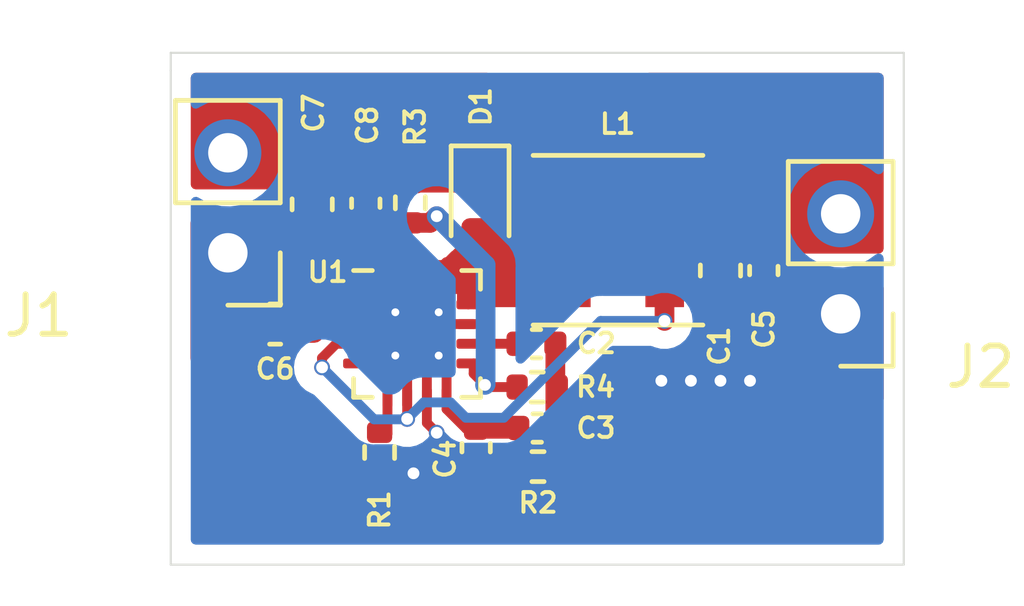
<source format=kicad_pcb>
(kicad_pcb (version 20211014) (generator pcbnew)
  (layers (0 "F.Cu" signal) (31 "B.Cu" signal) (34 "B.Paste" user) (35 "F.Paste" user) (36 "B.SilkS" user "B.Silkscreen") (37 "F.SilkS" user "F.Silkscreen") (38 "B.Mask" user) (39 "F.Mask" user) (44 "Edge.Cuts" user))
  (net 0 "")
  (net 1 "GND")
  (net 2 "BAT")
  (net 3 "Net-(C2-Pad1)")
  (net 4 "Net-(C3-Pad1)")
  (net 5 "Net-(C4-Pad2)")
  (net 6 "Net-(C6-Pad2)")
  (net 7 "V24")
  (net 8 "Net-(D1-Pad2)")
  (net 9 "Net-(R1-Pad1)")
  (net 10 "Net-(R3-Pad2)")
  (footprint "Capacitor_SMD:C_0603_1608Metric" (layer "F.Cu") (at 128 69.7 -90)
    (fp_text reference "C1" (at 1.92 0.03 90) (layer "F.SilkS") (effects (font (size 0.5 0.5) (thickness 0.1))))
    (fp_text value "4.7uF")
    (fp_line (start -0.14058 -0.51) (end 0.14058 -0.51) (layer "F.SilkS") (width 0.12))
    (fp_line (start -0.14058 0.51) (end 0.14058 0.51) (layer "F.SilkS") (width 0.12))
    (pad "1" smd roundrect locked (at -0.775 0 270) (size 0.9 0.95) (layers "F.Cu" "F.Paste" "F.Mask") (net 2 "BAT"))
    (pad "2" smd roundrect locked (at 0.775 0 270) (size 0.9 0.95) (layers "F.Cu" "F.Paste" "F.Mask") (net 1 "GND"))
  )
  (footprint "Capacitor_SMD:C_0402_1005Metric" (layer "F.Cu") (at 123.33 71.56)
    (fp_text reference "C2" (at 1.52 -0.01) (layer "F.SilkS") (effects (font (size 0.5 0.5) (thickness 0.1))))
    (fp_text value "68nF")
    (fp_line (start -0.107836 -0.36) (end 0.107836 -0.36) (layer "F.SilkS") (width 0.12))
    (fp_line (start -0.107836 0.36) (end 0.107836 0.36) (layer "F.SilkS") (width 0.12))
    (pad "1" smd roundrect locked (at -0.48 0) (size 0.56 0.62) (layers "F.Cu" "F.Paste" "F.Mask") (net 3 "Net-(C2-Pad1)"))
    (pad "2" smd roundrect locked (at 0.48 0) (size 0.56 0.62) (layers "F.Cu" "F.Paste" "F.Mask") (net 1 "GND"))
  )
  (footprint "Capacitor_SMD:C_0402_1005Metric" (layer "F.Cu") (at 123.35 73.7)
    (fp_text reference "C3" (at 1.49 0) (layer "F.SilkS") (effects (font (size 0.5 0.5) (thickness 0.1))))
    (fp_text value "300pF")
    (fp_line (start -0.107836 0.36) (end 0.107836 0.36) (layer "F.SilkS") (width 0.12))
    (fp_line (start -0.107836 -0.36) (end 0.107836 -0.36) (layer "F.SilkS") (width 0.12))
    (pad "1" smd roundrect locked (at -0.48 0) (size 0.56 0.62) (layers "F.Cu" "F.Paste" "F.Mask") (net 4 "Net-(C3-Pad1)"))
    (pad "2" smd roundrect locked (at 0.48 0) (size 0.56 0.62) (layers "F.Cu" "F.Paste" "F.Mask") (net 1 "GND"))
  )
  (footprint "Capacitor_SMD:C_0402_1005Metric" (layer "F.Cu") (at 121.8 74.2 -90)
    (fp_text reference "C4" (at 0.29 0.79 90) (layer "F.SilkS") (effects (font (size 0.5 0.5) (thickness 0.1))))
    (fp_text value "27nF")
    (fp_line (start -0.107836 0.36) (end 0.107836 0.36) (layer "F.SilkS") (width 0.12))
    (fp_line (start -0.107836 -0.36) (end 0.107836 -0.36) (layer "F.SilkS") (width 0.12))
    (pad "1" smd roundrect locked (at -0.48 0 270) (size 0.56 0.62) (layers "F.Cu" "F.Paste" "F.Mask") (net 4 "Net-(C3-Pad1)"))
    (pad "2" smd roundrect locked (at 0.48 0 270) (size 0.56 0.62) (layers "F.Cu" "F.Paste" "F.Mask") (net 5 "Net-(C4-Pad2)"))
  )
  (footprint "Capacitor_SMD:C_0402_1005Metric" (layer "F.Cu") (at 129.1 69.7 90)
    (fp_text reference "C5" (at -1.49 0 90) (layer "F.SilkS") (effects (font (size 0.5 0.5) (thickness 0.1))))
    (fp_text value "100nF")
    (fp_line (start -0.107836 0.36) (end 0.107836 0.36) (layer "F.SilkS") (width 0.12))
    (fp_line (start -0.107836 -0.36) (end 0.107836 -0.36) (layer "F.SilkS") (width 0.12))
    (pad "1" smd roundrect locked (at -0.48 0 90) (size 0.56 0.62) (layers "F.Cu" "F.Paste" "F.Mask") (net 1 "GND"))
    (pad "2" smd roundrect locked (at 0.48 0 90) (size 0.56 0.62) (layers "F.Cu" "F.Paste" "F.Mask") (net 2 "BAT"))
  )
  (footprint "Capacitor_SMD:C_0603_1608Metric" (layer "F.Cu") (at 116.7 71.06)
    (fp_text reference "C6" (at 0 1.14) (layer "F.SilkS") (effects (font (size 0.5 0.5) (thickness 0.1))))
    (fp_text value "1uF")
    (fp_line (start -0.14058 -0.51) (end 0.14058 -0.51) (layer "F.SilkS") (width 0.12))
    (fp_line (start -0.14058 0.51) (end 0.14058 0.51) (layer "F.SilkS") (width 0.12))
    (pad "1" smd roundrect locked (at -0.775 0) (size 0.9 0.95) (layers "F.Cu" "F.Paste" "F.Mask") (net 1 "GND"))
    (pad "2" smd roundrect locked (at 0.775 0) (size 0.9 0.95) (layers "F.Cu" "F.Paste" "F.Mask") (net 6 "Net-(C6-Pad2)"))
  )
  (footprint "Capacitor_SMD:C_0603_1608Metric" (layer "F.Cu") (at 117.64 68.02 -90)
    (fp_text reference "C7" (at -2.32 -0.03 90) (layer "F.SilkS") (effects (font (size 0.5 0.5) (thickness 0.1))))
    (fp_text value "4.7uF")
    (fp_line (start -0.14058 0.51) (end 0.14058 0.51) (layer "F.SilkS") (width 0.12))
    (fp_line (start -0.14058 -0.51) (end 0.14058 -0.51) (layer "F.SilkS") (width 0.12))
    (pad "1" smd roundrect locked (at -0.775 0 270) (size 0.9 0.95) (layers "F.Cu" "F.Paste" "F.Mask") (net 7 "V24"))
    (pad "2" smd roundrect locked (at 0.775 0 270) (size 0.9 0.95) (layers "F.Cu" "F.Paste" "F.Mask") (net 1 "GND"))
  )
  (footprint "Capacitor_SMD:C_0402_1005Metric" (layer "F.Cu") (at 119 67.99 -90)
    (fp_text reference "C8" (at -1.98 -0.04 90) (layer "F.SilkS") (effects (font (size 0.5 0.5) (thickness 0.1))))
    (fp_text value "100nF")
    (fp_line (start -0.107836 0.36) (end 0.107836 0.36) (layer "F.SilkS") (width 0.12))
    (fp_line (start -0.107836 -0.36) (end 0.107836 -0.36) (layer "F.SilkS") (width 0.12))
    (pad "1" smd roundrect locked (at -0.48 0 270) (size 0.56 0.62) (layers "F.Cu" "F.Paste" "F.Mask") (net 7 "V24"))
    (pad "2" smd roundrect locked (at 0.48 0 270) (size 0.56 0.62) (layers "F.Cu" "F.Paste" "F.Mask") (net 1 "GND"))
  )
  (footprint "Diode_SMD:D_0603_1608Metric" (layer "F.Cu") (at 121.9 68.02 -90)
    (fp_text reference "D1" (at -2.48 -0.02 90) (layer "F.SilkS") (effects (font (size 0.5 0.5) (thickness 0.1))))
    (fp_text value "0.55V 1A")
    (fp_line (start -1.485 0.735) (end 0.8 0.735) (layer "F.SilkS") (width 0.12))
    (fp_line (start -1.485 -0.735) (end -1.485 0.735) (layer "F.SilkS") (width 0.12))
    (fp_line (start 0.8 -0.735) (end -1.485 -0.735) (layer "F.SilkS") (width 0.12))
    (pad "1" smd roundrect locked (at -0.7875 0 270) (size 0.875 0.95) (layers "F.Cu" "F.Paste" "F.Mask") (net 7 "V24"))
    (pad "2" smd roundrect locked (at 0.7875 0 270) (size 0.875 0.95) (layers "F.Cu" "F.Paste" "F.Mask") (net 8 "Net-(D1-Pad2)"))
  )
  (footprint "Inductor_SMD:L_Coilcraft_XxL4020" (layer "F.Cu") (at 125.4 68.93 180)
    (fp_text reference "L1" (at 0.01 2.95) (layer "F.SilkS") (effects (font (size 0.5 0.5) (thickness 0.1))))
    (fp_text value "8.2uH")
    (fp_line (start 2.154 2.154) (end -2.154 2.154) (layer "F.SilkS") (width 0.12))
    (fp_line (start -2.154 -2.154) (end 2.154 -2.154) (layer "F.SilkS") (width 0.12))
    (pad "1" smd rect locked (at -1.185 0 180) (size 0.98 3.4) (layers "F.Cu" "F.Paste" "F.Mask") (net 2 "BAT"))
    (pad "2" smd rect locked (at 1.185 0 180) (size 0.98 3.4) (layers "F.Cu" "F.Paste" "F.Mask") (net 8 "Net-(D1-Pad2)"))
  )
  (footprint "Resistor_SMD:R_0402_1005Metric" (layer "F.Cu") (at 119.35 74.32 -90)
    (fp_text reference "R1" (at 1.46 0 90) (layer "F.SilkS") (effects (font (size 0.5 0.5) (thickness 0.1))))
    (fp_text value "24.9K")
    (fp_line (start -0.153641 -0.38) (end 0.153641 -0.38) (layer "F.SilkS") (width 0.12))
    (fp_line (start -0.153641 0.38) (end 0.153641 0.38) (layer "F.SilkS") (width 0.12))
    (pad "1" smd roundrect locked (at -0.51 0 270) (size 0.54 0.64) (layers "F.Cu" "F.Paste" "F.Mask") (net 9 "Net-(R1-Pad1)"))
    (pad "2" smd roundrect locked (at 0.51 0 270) (size 0.54 0.64) (layers "F.Cu" "F.Paste" "F.Mask") (net 1 "GND"))
  )
  (footprint "Resistor_SMD:R_0402_1005Metric" (layer "F.Cu") (at 123.37 74.68)
    (fp_text reference "R2" (at 0 0.92) (layer "F.SilkS") (effects (font (size 0.5 0.5) (thickness 0.1))))
    (fp_text value "1.18K")
    (fp_line (start -0.153641 -0.38) (end 0.153641 -0.38) (layer "F.SilkS") (width 0.12))
    (fp_line (start -0.153641 0.38) (end 0.153641 0.38) (layer "F.SilkS") (width 0.12))
    (pad "1" smd roundrect locked (at -0.51 0) (size 0.54 0.64) (layers "F.Cu" "F.Paste" "F.Mask") (net 5 "Net-(C4-Pad2)"))
    (pad "2" smd roundrect locked (at 0.51 0) (size 0.54 0.64) (layers "F.Cu" "F.Paste" "F.Mask") (net 1 "GND"))
  )
  (footprint "Resistor_SMD:R_0402_1005Metric" (layer "F.Cu") (at 120.13 67.98 -90)
    (fp_text reference "R3" (at -1.93 -0.12 90) (layer "F.SilkS") (effects (font (size 0.5 0.5) (thickness 0.1))))
    (fp_text value "57.6K")
    (fp_line (start -0.153641 0.38) (end 0.153641 0.38) (layer "F.SilkS") (width 0.12))
    (fp_line (start -0.153641 -0.38) (end 0.153641 -0.38) (layer "F.SilkS") (width 0.12))
    (pad "1" smd roundrect locked (at -0.51 0 270) (size 0.54 0.64) (layers "F.Cu" "F.Paste" "F.Mask") (net 7 "V24"))
    (pad "2" smd roundrect locked (at 0.51 0 270) (size 0.54 0.64) (layers "F.Cu" "F.Paste" "F.Mask") (net 10 "Net-(R3-Pad2)"))
  )
  (footprint "Resistor_SMD:R_0402_1005Metric" (layer "F.Cu") (at 123.35 72.66)
    (fp_text reference "R4" (at 1.48 0) (layer "F.SilkS") (effects (font (size 0.5 0.5) (thickness 0.1))))
    (fp_text value "2.49K")
    (fp_line (start -0.153641 0.38) (end 0.153641 0.38) (layer "F.SilkS") (width 0.12))
    (fp_line (start -0.153641 -0.38) (end 0.153641 -0.38) (layer "F.SilkS") (width 0.12))
    (pad "1" smd roundrect locked (at -0.51 0) (size 0.54 0.64) (layers "F.Cu" "F.Paste" "F.Mask") (net 10 "Net-(R3-Pad2)"))
    (pad "2" smd roundrect locked (at 0.51 0) (size 0.54 0.64) (layers "F.Cu" "F.Paste" "F.Mask") (net 1 "GND"))
  )
  (footprint "Package_DFN_QFN:WQFN-16-1EP_3x3mm_P0.5mm_EP1.6x1.6mm_ThermalVias" (layer "F.Cu") (at 120.3 71.31)
    (fp_text reference "U1" (at -2.27 -1.57) (layer "F.SilkS") (effects (font (size 0.5 0.5) (thickness 0.1))))
    (fp_text value "LM51571")
    (fp_line (start -1.135 1.61) (end -1.61 1.61) (layer "F.SilkS") (width 0.12))
    (fp_line (start -1.61 1.61) (end -1.61 1.135) (layer "F.SilkS") (width 0.12))
    (fp_line (start 1.61 1.61) (end 1.61 1.135) (layer "F.SilkS") (width 0.12))
    (fp_line (start -1.135 -1.61) (end -1.61 -1.61) (layer "F.SilkS") (width 0.12))
    (fp_line (start 1.135 -1.61) (end 1.61 -1.61) (layer "F.SilkS") (width 0.12))
    (fp_line (start 1.61 -1.61) (end 1.61 -1.135) (layer "F.SilkS") (width 0.12))
    (fp_line (start 1.135 1.61) (end 1.61 1.61) (layer "F.SilkS") (width 0.12))
    (pad "1" smd roundrect locked (at -1.4375 -0.75) (size 0.875 0.25) (layers "F.Cu" "F.Paste" "F.Mask") (net 1 "GND"))
    (pad "2" smd roundrect locked (at -1.4375 -0.25) (size 0.875 0.25) (layers "F.Cu" "F.Paste" "F.Mask") (net 6 "Net-(C6-Pad2)"))
    (pad "3" smd roundrect locked (at -1.4375 0.25) (size 0.875 0.25) (layers "F.Cu" "F.Paste" "F.Mask") (net 2 "BAT"))
    (pad "4" smd roundrect locked (at -1.4375 0.75) (size 0.875 0.25) (layers "F.Cu" "F.Paste" "F.Mask"))
    (pad "5" smd roundrect locked (at -0.75 1.4375) (size 0.25 0.875) (layers "F.Cu" "F.Paste" "F.Mask") (net 9 "Net-(R1-Pad1)"))
    (pad "6" smd roundrect locked (at -0.25 1.4375) (size 0.25 0.875) (layers "F.Cu" "F.Paste" "F.Mask") (net 2 "BAT"))
    (pad "7" smd roundrect locked (at 0.25 1.4375) (size 0.25 0.875) (layers "F.Cu" "F.Paste" "F.Mask") (net 1 "GND"))
    (pad "8" smd roundrect locked (at 0.75 1.4375) (size 0.25 0.875) (layers "F.Cu" "F.Paste" "F.Mask") (net 4 "Net-(C3-Pad1)"))
    (pad "9" smd roundrect locked (at 1.4375 0.75) (size 0.875 0.25) (layers "F.Cu" "F.Paste" "F.Mask") (net 10 "Net-(R3-Pad2)"))
    (pad "10" smd roundrect locked (at 1.4375 0.25) (size 0.875 0.25) (layers "F.Cu" "F.Paste" "F.Mask") (net 3 "Net-(C2-Pad1)"))
    (pad "11" smd roundrect locked (at 1.4375 -0.25) (size 0.875 0.25) (layers "F.Cu" "F.Paste" "F.Mask") (net 1 "GND"))
    (pad "12" smd roundrect locked (at 1.4375 -0.75) (size 0.875 0.25) (layers "F.Cu" "F.Paste" "F.Mask") (net 8 "Net-(D1-Pad2)"))
    (pad "13" smd roundrect locked (at 0.75 -1.4375) (size 0.25 0.875) (layers "F.Cu" "F.Paste" "F.Mask") (net 8 "Net-(D1-Pad2)"))
    (pad "14" smd roundrect locked (at 0.25 -1.4375) (size 0.25 0.875) (layers "F.Cu" "F.Paste" "F.Mask") (net 8 "Net-(D1-Pad2)"))
    (pad "15" smd roundrect locked (at -0.25 -1.4375) (size 0.25 0.875) (layers "F.Cu" "F.Paste" "F.Mask"))
    (pad "16" smd roundrect locked (at -0.75 -1.4375) (size 0.25 0.875) (layers "F.Cu" "F.Paste" "F.Mask") (net 1 "GND"))
    (pad "17" thru_hole circle locked (at 0.55 -0.55) (size 0.5 0.5) (drill 0.2) (layers *.Cu) (net 1 "GND"))
    (pad "17" thru_hole circle locked (at 0.55 0.55) (size 0.5 0.5) (drill 0.2) (layers *.Cu) (net 1 "GND"))
    (pad "17" smd rect locked (at 0 0) (size 1.6 1.6) (layers "F.Cu" "F.Mask") (net 1 "GND"))
    (pad "17" thru_hole circle locked (at -0.55 -0.55) (size 0.5 0.5) (drill 0.2) (layers *.Cu) (net 1 "GND"))
    (pad "17" smd rect locked (at 0 0) (size 1.6 1.6) (layers "B.Cu") (net 1 "GND"))
    (pad "17" thru_hole circle locked (at -0.55 0.55) (size 0.5 0.5) (drill 0.2) (layers *.Cu) (net 1 "GND"))
  )
  (footprint "Connector_PinHeader_2.54mm:PinHeader_1x02_P2.54mm_Vertical" (layer "F.Cu") (at 115.5 69.25 180)
    (fp_text reference "J1" (at 4.8 -1.6) (layer "F.SilkS"))
    (fp_text value "Conn_01x02")
    (fp_line (start 1.33 1.27) (end 1.33 3.87) (layer "F.SilkS") (width 0.12))
    (fp_line (start -1.33 1.27) (end 1.33 1.27) (layer "F.SilkS") (width 0.12))
    (fp_line (start -1.33 1.27) (end -1.33 3.87) (layer "F.SilkS") (width 0.12))
    (fp_line (start -1.33 -1.33) (end 0 -1.33) (layer "F.SilkS") (width 0.12))
    (fp_line (start -1.33 0) (end -1.33 -1.33) (layer "F.SilkS") (width 0.12))
    (fp_line (start -1.33 3.87) (end 1.33 3.87) (layer "F.SilkS") (width 0.12))
    (pad "1" thru_hole rect locked (at 0 0 180) (size 1.7 1.7) (drill 1) (layers *.Cu *.Mask) (net 1 "GND"))
    (pad "2" thru_hole oval locked (at 0 2.54 180) (size 1.7 1.7) (drill 1) (layers *.Cu *.Mask) (net 7 "V24"))
  )
  (footprint "Connector_PinHeader_2.54mm:PinHeader_1x02_P2.54mm_Vertical" (layer "F.Cu") (at 131.05 70.8 180)
    (fp_text reference "J2" (at -3.55 -1.35) (layer "F.SilkS"))
    (fp_text value "Conn_01x02")
    (fp_line (start -1.33 1.27) (end -1.33 3.87) (layer "F.SilkS") (width 0.12))
    (fp_line (start -1.33 0) (end -1.33 -1.33) (layer "F.SilkS") (width 0.12))
    (fp_line (start 1.33 1.27) (end 1.33 3.87) (layer "F.SilkS") (width 0.12))
    (fp_line (start -1.33 3.87) (end 1.33 3.87) (layer "F.SilkS") (width 0.12))
    (fp_line (start -1.33 1.27) (end 1.33 1.27) (layer "F.SilkS") (width 0.12))
    (fp_line (start -1.33 -1.33) (end 0 -1.33) (layer "F.SilkS") (width 0.12))
    (pad "1" thru_hole rect locked (at 0 0 180) (size 1.7 1.7) (drill 1) (layers *.Cu *.Mask) (net 1 "GND"))
    (pad "2" thru_hole oval locked (at 0 2.54 180) (size 1.7 1.7) (drill 1) (layers *.Cu *.Mask) (net 2 "BAT"))
  )
  (gr_line (start 114.05 64.17) (end 114.05 64.62) (layer "Edge.Cuts") (width 0.05))
  (gr_line (start 114.05 77.17) (end 132.65 77.17) (layer "Edge.Cuts") (width 0.05))
  (gr_line (start 114.05 64.62) (end 114.05 77.17) (layer "Edge.Cuts") (width 0.05))
  (gr_line (start 132.65 64.17) (end 114.05 64.17) (layer "Edge.Cuts") (width 0.05))
  (gr_line (start 132.65 77.17) (end 132.65 64.17) (layer "Edge.Cuts") (width 0.05))
  (segment (start 120.21 74.85) (end 120.51 74.85) (width 0.5) (layer "F.Cu") (net 1))
  (segment (start 119.45 69.6125) (end 119.45 70.3) (width 0.25) (layer "F.Cu") (net 1))
  (segment (start 118.6125 70.4) (end 119.3 70.4) (width 0.25) (layer "F.Cu") (net 1))
  (segment (start 123.81 71.56) (end 123.81 74.61) (width 0.5) (layer "F.Cu") (net 1))
  (segment (start 123.88 75.28) (end 123.88 74.68) (width 0.5) (layer "F.Cu") (net 1))
  (segment (start 123.38 75.78) (end 123.88 75.28) (width 0.5) (layer "F.Cu") (net 1))
  (segment (start 117.965 68.47) (end 117.64 68.795) (width 0.5) (layer "F.Cu") (net 1))
  (segment (start 119.55 70.56) (end 120.3 71.31) (width 0.25) (layer "F.Cu") (net 1))
  (segment (start 120.55 73.57) (end 120.8 73.82) (width 0.25) (layer "F.Cu") (net 1))
  (segment (start 121.44 75.78) (end 123.38 75.78) (width 0.5) (layer "F.Cu") (net 1))
  (segment (start 119.41 74.85) (end 120.21 74.85) (width 0.5) (layer "F.Cu") (net 1))
  (segment (start 119.55 69.8725) (end 119.55 70.56) (width 0.25) (layer "F.Cu") (net 1))
  (segment (start 118.8625 70.56) (end 119.55 70.56) (width 0.25) (layer "F.Cu") (net 1))
  (segment (start 119 68.47) (end 117.965 68.47) (width 0.5) (layer "F.Cu") (net 1))
  (segment (start 121.7375 71.06) (end 120.55 71.06) (width 0.25) (layer "F.Cu") (net 1))
  (segment (start 120.51 74.85) (end 121.44 75.78) (width 0.5) (layer "F.Cu") (net 1))
  (segment (start 117.945 68.49) (end 117.64 68.795) (width 0.25) (layer "F.Cu") (net 1))
  (segment (start 120.55 72.7475) (end 120.55 73.57) (width 0.25) (layer "F.Cu") (net 1))
  (segment (start 119.02 68.49) (end 119 68.47) (width 0.5) (layer "F.Cu") (net 1))
  (segment (start 123.81 74.61) (end 123.88 74.68) (width 0.5) (layer "F.Cu") (net 1))
  (segment (start 120.55 71.06) (end 120.3 71.31) (width 0.25) (layer "F.Cu") (net 1))
  (via (at 120.21 74.85) (size 0.4) (drill 0.3) (layers "F.Cu" "B.Cu") (net 1))
  (via (at 128 72.5) (size 0.4) (drill 0.3) (layers "F.Cu" "B.Cu") (net 1))
  (via (at 128.75 72.5) (size 0.4) (drill 0.3) (layers "F.Cu" "B.Cu") (net 1))
  (via (at 127.25 72.5) (size 0.4) (drill 0.3) (layers "F.Cu" "B.Cu") (net 1))
  (via (at 126.5 72.5) (size 0.4) (drill 0.3) (layers "F.Cu" "B.Cu") (net 1))
  (via (at 120.8 73.82) (size 0.4) (drill 0.3) (layers "F.Cu" "B.Cu") (net 1))
  (segment (start 128 68.75) (end 126.59 68.75) (width 0.5) (layer "F.Cu") (net 2))
  (segment (start 128.05 69.1) (end 126.64 69.1) (width 0.5) (layer "F.Cu") (net 2))
  (segment (start 128.805 68.925) (end 129.1 69.22) (width 0.5) (layer "F.Cu") (net 2))
  (segment (start 118.25 71.56) (end 117.89 71.92) (width 0.25) (layer "F.Cu") (net 2))
  (segment (start 126.58 70.98) (end 126.58 68.935) (width 0.5) (layer "F.Cu") (net 2))
  (segment (start 128 68.925) (end 126.59 68.925) (width 0.5) (layer "F.Cu") (net 2))
  (segment (start 126.58 68.935) (end 126.585 68.93) (width 0.5) (layer "F.Cu") (net 2))
  (segment (start 128 68.925) (end 128.805 68.925) (width 0.5) (layer "F.Cu") (net 2))
  (segment (start 126.59 68.925) (end 126.585 68.93) (width 0.5) (layer "F.Cu") (net 2))
  (segment (start 117.89 71.92) (end 117.89 72.16) (width 0.25) (layer "F.Cu") (net 2))
  (segment (start 120.05 72.7475) (end 120.05 73.47) (width 0.25) (layer "F.Cu") (net 2))
  (segment (start 118.8625 71.56) (end 118.25 71.56) (width 0.25) (layer "F.Cu") (net 2))
  (via (at 126.58 70.98) (size 0.4) (drill 0.3) (layers "F.Cu" "B.Cu") (net 2))
  (via (at 117.89 72.16) (size 0.4) (drill 0.3) (layers "F.Cu" "B.Cu") (net 2))
  (via (at 120.05 73.47) (size 0.4) (drill 0.3) (layers "F.Cu" "B.Cu") (net 2))
  (segment (start 120.04 73.48) (end 120.05 73.47) (width 0.25) (layer "B.Cu") (net 2))
  (segment (start 119.21 73.48) (end 120.04 73.48) (width 0.25) (layer "B.Cu") (net 2))
  (segment (start 120.47 73.05) (end 121.15 73.05) (width 0.25) (layer "B.Cu") (net 2))
  (segment (start 122.5 73.44) (end 124.96 70.98) (width 0.25) (layer "B.Cu") (net 2))
  (segment (start 121.54 73.44) (end 122.5 73.44) (width 0.25) (layer "B.Cu") (net 2))
  (segment (start 121.15 73.05) (end 121.54 73.44) (width 0.25) (layer "B.Cu") (net 2))
  (segment (start 120.05 73.47) (end 120.47 73.05) (width 0.25) (layer "B.Cu") (net 2))
  (segment (start 117.89 72.16) (end 119.21 73.48) (width 0.25) (layer "B.Cu") (net 2))
  (segment (start 124.96 70.98) (end 126.58 70.98) (width 0.25) (layer "B.Cu") (net 2))
  (segment (start 121.7375 71.56) (end 122.91 71.56) (width 0.25) (layer "F.Cu") (net 3))
  (segment (start 122.85 73.72) (end 122.87 73.7) (width 0.5) (layer "F.Cu") (net 4))
  (segment (start 121.05 72.7475) (end 121.05 73.22) (width 0.25) (layer "F.Cu") (net 4))
  (segment (start 121.55 73.72) (end 121.8 73.72) (width 0.25) (layer "F.Cu") (net 4))
  (segment (start 121.05 73.22) (end 121.55 73.72) (width 0.25) (layer "F.Cu") (net 4))
  (segment (start 121.8 73.72) (end 122.85 73.72) (width 0.5) (layer "F.Cu") (net 4))
  (segment (start 122.86 74.68) (end 121.8 74.68) (width 0.5) (layer "F.Cu") (net 5))
  (segment (start 117.475 71.06) (end 118.8625 71.06) (width 0.25) (layer "F.Cu") (net 6))
  (segment (start 121.6625 67.47) (end 121.9 67.2325) (width 0.5) (layer "F.Cu") (net 7))
  (segment (start 120.09 67.51) (end 120.13 67.47) (width 0.5) (layer "F.Cu") (net 7))
  (segment (start 120.13 67.47) (end 117.865 67.47) (width 0.25) (layer "F.Cu") (net 7))
  (segment (start 117.865 67.47) (end 117.64 67.245) (width 0.25) (layer "F.Cu") (net 7))
  (segment (start 117.905 67.51) (end 117.64 67.245) (width 0.5) (layer "F.Cu") (net 7))
  (segment (start 120.13 67.47) (end 121.6625 67.47) (width 0.5) (layer "F.Cu") (net 7))
  (segment (start 119 67.51) (end 120.09 67.51) (width 0.5) (layer "F.Cu") (net 7))
  (segment (start 119 67.51) (end 117.905 67.51) (width 0.5) (layer "F.Cu") (net 7))
  (segment (start 120.55 69.98) (end 121.0425 69.4875) (width 0.25) (layer "F.Cu") (net 8))
  (segment (start 120.55 70) (end 121.05 70) (width 0.25) (layer "F.Cu") (net 8))
  (segment (start 120.55 70.16) (end 121.05 70.16) (width 0.25) (layer "F.Cu") (net 8))
  (segment (start 121.138318 70.164182) (end 121.43 69.8725) (width 0.25) (layer "F.Cu") (net 8))
  (segment (start 121.138318 69.580818) (end 121.43 69.8725) (width 0.25) (layer "F.Cu") (net 8))
  (segment (start 121.1575 69.99) (end 121.57 69.99) (width 0.25) (layer "F.Cu") (net 8))
  (segment (start 121.5225 69.0575) (end 121.18 69.4) (width 0.25) (layer "F.Cu") (net 8))
  (segment (start 121.52 69.12) (end 121.1775 69.4625) (width 0.25) (layer "F.Cu") (net 8))
  (segment (start 121.32 69.3) (end 121.32 69.784368) (width 0.25) (layer "F.Cu") (net 8))
  (segment (start 121.44 70.14) (end 121.44 70.5525) (width 0.25) (layer "F.Cu") (net 8))
  (segment (start 121.6 70.15) (end 121.6 70.5625) (width 0.25) (layer "F.Cu") (net 8))
  (segment (start 121.63 69.38) (end 123.8225 69.38) (width 0.8) (layer "F.Cu") (net 8))
  (segment (start 121.68 69.81) (end 123.8725 69.81) (width 0.8) (layer "F.Cu") (net 8))
  (segment (start 121.76 70.23) (end 123.9525 70.23) (width 0.8) (layer "F.Cu") (net 8))
  (segment (start 121.07 70.17) (end 121.482501 70.17) (width 0.25) (layer "F.Cu") (net 8))
  (segment (start 123.41 68.61) (end 123.920885 68.099115) (width 0.25) (layer "F.Cu") (net 8))
  (segment (start 121.2525 69.3175) (end 120.91 69.66) (width 0.25) (layer "F.Cu") (net 8))
  (segment (start 121.4625 69.8725) (end 121.7375 70.1475) (width 0.25) (layer "F.Cu") (net 8))
  (segment (start 120.55 69.8725) (end 121.05 69.8725) (width 0.25) (layer "F.Cu") (net 8))
  (segment (start 121.9 68.8075) (end 124.0925 68.8075) (width 0.8) (layer "F.Cu") (net 8))
  (segment (start 121.05 69.8725) (end 121.4625 69.8725) (width 0.25) (layer "F.Cu") (net 8))
  (segment (start 121.7375 70.1475) (end 121.7375 70.56) (width 0.25) (layer "F.Cu") (net 8))
  (segment (start 120.59 69.56) (end 121.3125 69.56) (width 0.25) (layer "F.Cu") (net 8))
  (segment (start 124.0925 68.8075) (end 124.215 68.93) (width 0.8) (layer "F.Cu") (net 8))
  (segment (start 119.55 73.84) (end 119.47 73.92) (width 0.25) (layer "F.Cu") (net 9))
  (segment (start 119.55 72.7475) (end 119.55 73.84) (width 0.25) (layer "F.Cu") (net 9))
  (segment (start 122.025 72.605) (end 122.08 72.66) (width 0.25) (layer "F.Cu") (net 10))
  (segment (start 121.7375 72.06) (end 121.7375 72.3175) (width 0.25) (layer "F.Cu") (net 10))
  (segment (start 122.08 72.66) (end 122.84 72.66) (width 0.25) (layer "F.Cu") (net 10))
  (segment (start 120.13 68.49) (end 120.63 68.49) (width 0.5) (layer "F.Cu") (net 10))
  (segment (start 121.7375 72.3175) (end 122.025 72.605) (width 0.25) (layer "F.Cu") (net 10))
  (segment (start 120.63 68.49) (end 120.8 68.32) (width 0.5) (layer "F.Cu") (net 10))
  (via (at 120.8 68.32) (size 0.4) (drill 0.3) (layers "F.Cu" "B.Cu") (net 10))
  (via (at 122.025 72.605) (size 0.4) (drill 0.3) (layers "F.Cu" "B.Cu") (net 10))
  (segment (start 122.04 72.59) (end 122.025 72.605) (width 0.5) (layer "B.Cu") (net 10))
  (segment (start 122.04 69.56) (end 122.04 72.59) (width 0.5) (layer "B.Cu") (net 10))
  (segment (start 120.8 68.32) (end 122.04 69.56) (width 0.5) (layer "B.Cu") (net 10))
  (zone (net 1) (net_name "GND") (layer "F.Cu") (connect_pads yes (clearance 0.5)) (min_thickness 0.254) (fill yes (thermal_gap 0.508) (thermal_bridge_width 0.508))
    (polygon (pts (xy 119.28 69.35) (xy 119.67 69.35) (xy 119.67 70.69) (xy 118.42 70.69) (xy 118.42 69.95) (xy 116.52 69.95) (xy 116.52 72.06) (xy 113.79 72.06) (xy 113.79 68.36) (xy 119.28 68.36)))
  )
  (zone (net 2) (net_name "BAT") (layer "F.Cu") (connect_pads yes (clearance 0.508)) (min_thickness 0.254) (fill yes (thermal_gap 0.508) (thermal_bridge_width 0.508))
    (polygon (pts (xy 132.65 69.27) (xy 126.06 69.27) (xy 126.06 64.51) (xy 132.65 64.51)))
  )
  (zone (net 7) (net_name "V24") (layer "F.Cu") (connect_pads yes (clearance 0.508)) (min_thickness 0.254) (fill yes (thermal_gap 0.508) (thermal_bridge_width 0.508))
    (polygon (pts (xy 122.2 67.64) (xy 112.72 67.64) (xy 112.72 62.83) (xy 122.2 62.83)))
  )
  (zone (net 1) (net_name "GND") (layer "F.Cu") (connect_pads yes (clearance 0.508)) (min_thickness 0.254) (fill yes (thermal_gap 0.508) (thermal_bridge_width 0.508))
    (polygon (pts (xy 132.65 73.09) (xy 125.47 73.09) (xy 125.47 71.66) (xy 127.25 71.66) (xy 127.25 70.01) (xy 132.65 70.01)))
  )
  (zone (net 1) (net_name "GND") (layer "B.Cu") (connect_pads yes (clearance 0.508)) (min_thickness 0.254) (fill yes (thermal_gap 0.508) (thermal_bridge_width 0.508))
    (polygon (pts (xy 132.7 78.205) (xy 113.88 78.24) (xy 113.88 63.63) (xy 132.7 63.595)))
  )
)
</source>
